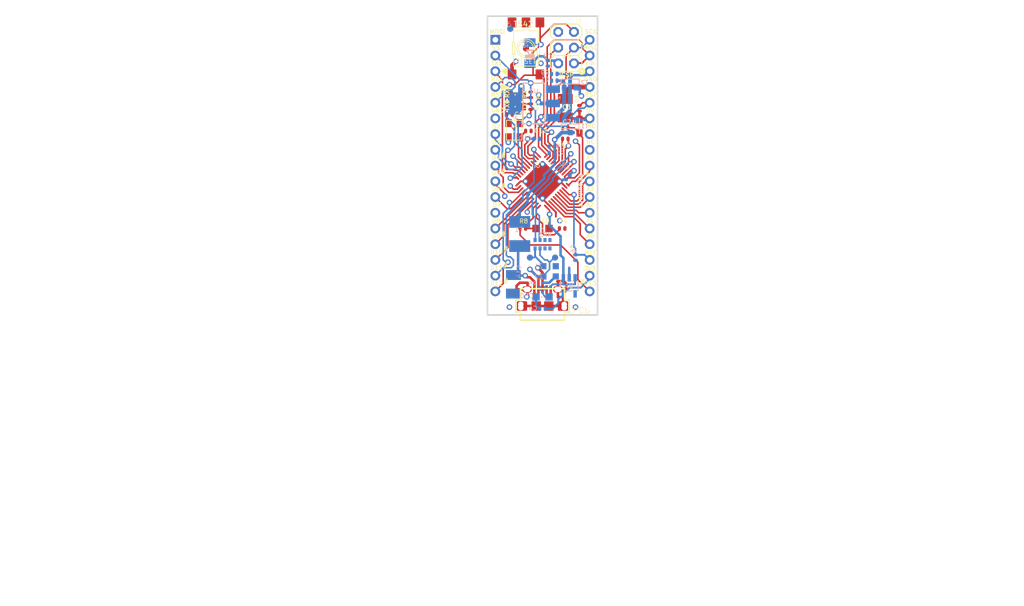
<source format=kicad_pcb>
(kicad_pcb (version 20240108) (generator "pcbnew") (generator_version "8.0")
  (layers (0 "F.Cu" signal) (1 "In1.Cu" signal) (2 "In2.Cu" signal) (31 "B.Cu" signal) (34 "B.Paste" user) (35 "F.Paste" user) (36 "B.SilkS" user "B.Silkscreen") (37 "F.SilkS" user "F.Silkscreen") (38 "B.Mask" user) (39 "F.Mask" user) (44 "Edge.Cuts" user))
  (net 0 "")
  (net 1 "IO13*")
  (net 2 "D2/SDA")
  (net 3 "D3/SCL")
  (net 4 "RESET")
  (net 5 "D1/TX")
  (net 6 "IO11*")
  (net 7 "IO9*")
  (net 8 "IO10*")
  (net 9 "A3")
  (net 10 "A2")
  (net 11 "A1")
  (net 12 "A0")
  (net 13 "A4")
  (net 14 "A5")
  (net 15 "D4*")
  (net 16 "AREF")
  (net 17 "+5V")
  (net 18 "VIN")
  (net 19 "3V3")
  (net 20 "D0/RX")
  (net 21 "VUSB")
  (net 22 "XTAL2")
  (net 23 "XTAL1")
  (net 24 "N$7")
  (net 25 "GND")
  (net 26 "D-")
  (net 27 "D+")
  (net 28 "RD-")
  (net 29 "RD+")
  (net 30 "TXLED")
  (net 31 "MISO")
  (net 32 "SCK")
  (net 33 "MOSI")
  (net 34 "D6*")
  (net 35 "HWB")
  (net 36 "IO8")
  (net 37 "D7")
  (net 38 "AVCC")
  (net 39 "UCAP")
  (net 40 "RXLED/SS")
  (net 41 "N$2")
  (net 42 "N$4")
  (net 43 "N$3")
  (net 44 "VUSBD")
  (net 45 "D5*")
  (net 46 "IO12*")
  (net 47 "+VIN")
  (footprint "Micro_Rev1j:TP-1.00MM" (layer "F.Cu") (at 146.4691 119.8626)
    (property "Reference" "D+0" (hide yes))
    (property "Value" "DNP" (hide yes))
  )
  (footprint "Micro_Rev1j:2X03" (layer "F.Cu") (at 152.3111 85.9536 90)
    (property "Reference" "J4")
    (property "Value" "3x2M")
  )
  (footprint "Micro_Rev1j:C0402" (layer "F.Cu") (at 146.2151 99.4156 180)
    (property "Reference" "C12")
    (property "Value" "22pF")
  )
  (footprint "" (layer "F.Cu") (at 156.1211 82.1436)
    (property "Reference" "@HOLE3" (hide yes))
    (property "Value" "")
  )
  (footprint "Micro_Rev1j:C0402" (layer "F.Cu") (at 152.1841 100.6856)
    (property "Reference" "C5")
    (property "Value" "1uF")
  )
  (footprint "Micro_Rev1j:HEAD17-NOSS" (layer "F.Cu") (at 140.8811 84.6836 -90)
    (property "Reference" "J5")
    (property "Value" "HEAD17-NOSS")
  )
  (footprint "Micro_Rev1j:R0402" (layer "F.Cu") (at 151.6761 115.1636)
    (property "Reference" "R4")
    (property "Value" "10K")
  )
  (footprint "Micro_Rev1j:C0402" (layer "F.Cu") (at 143.1671 96.7486 180)
    (property "Reference" "C13")
    (property "Value" "22pF")
  )
  (footprint "Micro_Rev1j:HEAD17-NOSS-1" (layer "F.Cu") (at 156.1211 84.6836 -90)
    (property "Reference" "J6")
    (property "Value" "HEAD17-NOSS-1")
  )
  (footprint "Micro_Rev1j:CON2_USB_MICRO_B_AT" (layer "F.Cu") (at 148.5011 127.6858)
    (property "Reference" "J3" (hide yes))
    (property "Value" "USB Micro" (hide yes))
  )
  (footprint "Micro_Rev1j:FD-1-1.5" (layer "F.Cu") (at 145.8341 86.0806)
    (property "Reference" "U$37" (hide yes))
    (property "Value" "DNP" (hide yes))
  )
  (footprint "Micro_Rev1j:0805" (layer "F.Cu") (at 154.4701 98.6536 -90)
    (property "Reference" "L2")
    (property "Value" "MH2029-300Y")
  )
  (footprint "" (layer "F.Cu") (at 140.8811 82.1436)
    (property "Reference" "@HOLE2" (hide yes))
    (property "Value" "")
  )
  (footprint "Micro_Rev1j:TS42" (layer "F.Cu") (at 145.8341 86.0806 -90)
    (property "Reference" "RESET0")
    (property "Value" "TS42")
  )
  (footprint "Micro_Rev1j:R0402" (layer "F.Cu") (at 154.4701 95.7326 90)
    (property "Reference" "R1")
    (property "Value" "10K")
  )
  (footprint "Micro_Rev1j:SMC_B" (layer "F.Cu") (at 152.1841 95.7326 90)
    (property "Reference" "C3")
    (property "Value" "22u")
  )
  (footprint "Micro_Rev1j:QFN44ML7X7" (layer "F.Cu") (at 148.5011 107.5436 -135)
    (property "Reference" "U1")
    (property "Value" "ATMEGA32U4-XUMU")
  )
  (footprint "Micro_Rev1j:R0402" (layer "F.Cu") (at 146.5961 95.4786 90)
    (property "Reference" "R6")
    (property "Value" "1K")
  )
  (footprint "Micro_Rev1j:CHIPLED_0805" (layer "F.Cu") (at 144.1831 93.5736 90)
    (property "Reference" "RX0")
    (property "Value" "yellow")
  )
  (footprint "" (layer "F.Cu") (at 156.1211 127.8636)
    (property "Reference" "@HOLE1" (hide yes))
    (property "Value" "")
  )
  (footprint "Micro_Rev1j:CHIPLED_0805" (layer "F.Cu") (at 144.1831 95.4786 90)
    (property "Reference" "TX0")
    (property "Value" "yellow")
  )
  (footprint "Micro_Rev1j:R0402" (layer "F.Cu") (at 146.5961 93.5736 -90)
    (property "Reference" "R7")
    (property "Value" "1K")
  )
  (footprint "Micro_Rev1j:R0402" (layer "F.Cu") (at 145.3261 115.1636)
    (property "Reference" "R8")
    (property "Value" "1K")
  )
  (footprint "Micro_Rev1j:CRYSTAL-3.2-2.5" (layer "F.Cu") (at 143.9291 99.2886 90)
    (property "Reference" "Y3")
    (property "Value" "16MHz KX-7")
  )
  (footprint "" (layer "F.Cu") (at 140.8811 127.8636)
    (property "Reference" "@HOLE0" (hide yes))
    (property "Value" "")
  )
  (footprint "Micro_Rev1j:C0402" (layer "F.Cu") (at 152.1841 98.9076 180)
    (property "Reference" "C7")
    (property "Value" "1uF")
  )
  (footprint "Micro_Rev1j:CHIPLED_0805" (layer "F.Cu") (at 148.5011 115.1636 -90)
    (property "Reference" "L0")
    (property "Value" "green")
  )
  (footprint "Micro_Rev1j:FRAME" (layer "F.Cu") (at 139.6111 129.1336)
    (property "Reference" "FRAME1" (hide yes))
    (property "Value" "DNP" (hide yes))
  )
  (footprint "Micro_Rev1j:TP-1.00MM" (layer "F.Cu") (at 150.5331 119.8626)
    (property "Reference" "D-0" (hide yes))
    (property "Value" "DNP" (hide yes))
  )
  (footprint "Micro_Rev1j:C0402" (layer "B.Cu") (at 148.5011 128.1176 180)
    (property "Reference" "C4")
    (property "Value" "1uF")
  )
  (footprint "Micro_Rev1j:CHIPLED_0805" (layer "B.Cu") (at 148.5011 126.2126 -90)
    (property "Reference" "ON0")
    (property "Value" "blue")
  )
  (footprint "Micro_Rev1j:SOT23-DBV" (layer "B.Cu") (at 152.8191 124.4346)
    (property "Reference" "U4")
    (property "Value" "LP2985-33DBVR")
  )
  (footprint "Micro_Rev1j:FD-1-1.5" (layer "B.Cu") (at 143.2941 82.9056 180)
    (property "Reference" "U$53" (hide yes))
    (property "Value" "DNP" (hide yes))
  )
  (footprint "Micro_Rev1j:C0402" (layer "B.Cu") (at 153.8351 119.8626 -90)
    (property "Reference" "C6")
    (property "Value" "100n")
  )
  (footprint "Micro_Rev1j:SOT-23" (layer "B.Cu") (at 152.9461 91.4146)
    (property "Reference" "T2")
    (property "Value" "PMV48XP")
  )
  (footprint "Micro_Rev1j:MINIMELF" (layer "B.Cu") (at 146.4691 86.8426 90)
    (property "Reference" "D2")
    (property "Value" "CD1206-S01575")
  )
  (footprint "Micro_Rev1j:L1812" (layer "B.Cu") (at 144.8181 116.0526 90)
    (property "Reference" "F1")
    (property "Value" "MF-MSMF050-2 500mA")
  )
  (footprint "Micro_Rev1j:C0402" (layer "B.Cu") (at 147.5486 100.6856)
    (property "Reference" "C10")
    (property "Value" "100n")
  )
  (footprint "Micro_Rev1j:CT_CN0603" (layer "B.Cu") (at 149.6441 122.9106)
    (property "Reference" "Z2")
    (property "Value" "CG0603MLC-05E")
  )
  (footprint "Micro_Rev1j:SOT-23" (layer "B.Cu") (at 153.0096 98.6536 180)
    (property "Reference" "T1")
    (property "Value" "FDN340P/PMV48XP")
  )
  (footprint "Micro_Rev1j:CT_CN0603" (layer "B.Cu") (at 149.6441 121.2596)
    (property "Reference" "Z1")
    (property "Value" "CG0603MLC-05E")
  )
  (footprint "Micro_Rev1j:CAY16" (layer "B.Cu") (at 148.5011 117.7036)
    (property "Reference" "RP3")
    (property "Value" "22R")
  )
  (footprint "Micro_Rev1j:C0402" (layer "B.Cu") (at 150.0251 101.9556 180)
    (property "Reference" "C9")
    (property "Value" "100n")
  )
  (footprint "Micro_Rev1j:R0402" (layer "B.Cu") (at 150.0251 102.9716)
    (property "Reference" "R2")
    (property "Value" "10K")
  )
  (footprint "Micro_Rev1j:SMC_B" (layer "B.Cu") (at 143.8021 124.1806 -90)
    (property "Reference" "C14")
    (property "Value" "22u")
  )
  (footprint "Micro_Rev1j:C0402" (layer "B.Cu") (at 152.5651 106.9086 -135)
    (property "Reference" "C11")
    (property "Value" "100n")
  )
  (footprint "Micro_Rev1j:SOT223" (layer "B.Cu") (at 147.1041 94.9706 -90)
    (property "Reference" "U2")
    (property "Value" "NCP1117-5")
  )
  (footprint "Micro_Rev1j:C0402" (layer "B.Cu") (at 149.3901 88.4936 -90)
    (property "Reference" "C2")
    (property "Value" "100n")
  )
  (footprint "Micro_Rev1j:R0402" (layer "B.Cu") (at 150.4061 90.1954)
    (property "Reference" "R9")
    (property "Value" "10K")
  )
  (footprint "Micro_Rev1j:R0402" (layer "B.Cu") (at 148.5011 124.8156 180)
    (property "Reference" "R5")
    (property "Value" "1K")
  )
  (footprint "Micro_Rev1j:C0402" (layer "B.Cu") (at 150.4061 91.2876 180)
    (property "Reference" "C1")
    (property "Value" "100n")
  )
  (gr_line (start 142.3543 89.8652) (end 142.3543 89.662) (stroke (width 0.4064)) (layer "F.SilkS"))
  (gr_circle (center 154.8511 89.7636) (end 155.0307 89.7636) (stroke (width 0.4064)) (fill none) (layer "F.SilkS"))
  (gr_line (start 141.8971 89.7636) (end 142.6591 89.2556) (stroke (width 0.3048)) (layer "F.SilkS"))
  (gr_line (start 142.2019 92.3798) (end 142.2019 92.202) (stroke (width 0.4064)) (layer "F.SilkS"))
  (gr_line (start 141.8971 91.7956) (end 142.6337 92.3036) (stroke (width 0.3048)) (layer "F.SilkS"))
  (gr_line (start 142.6591 89.2556) (end 142.6591 90.2716) (stroke (width 0.3048)) (layer "F.SilkS"))
  (gr_line (start 141.8971 91.7956) (end 141.8971 92.8116) (stroke (width 0.3048)) (layer "F.SilkS"))
  (gr_line (start 142.6591 90.2716) (end 141.8971 89.7636) (stroke (width 0.3048)) (layer "F.SilkS"))
  (gr_line (start 141.8971 92.8116) (end 142.6337 92.3036) (stroke (width 0.3048)) (layer "F.SilkS"))
  (gr_line (start 157.3911 129.1336) (end 157.3911 80.8736) (stroke (width 0.254)) (layer "Edge.Cuts"))
  (gr_line (start 139.6111 80.8736) (end 139.6111 129.1336) (stroke (width 0.254)) (layer "Edge.Cuts"))
  (gr_line (start 157.3911 80.8736) (end 139.6111 80.8736) (stroke (width 0.254)) (layer "Edge.Cuts"))
  (gr_line (start 139.6111 129.1336) (end 157.3911 129.1336) (stroke (width 0.254)) (layer "Edge.Cuts"))
  (gr_text "RST" (at 155.2321 93.9546 0) (layer "F.SilkS") (effects (font (size 0.69088 0.69088) (thickness 0.12192)) (justify left bottom)))
  (gr_text "SCK" (at 155.2321 83.7946 0) (layer "F.SilkS") (effects (font (size 0.69088 0.69088) (thickness 0.12192)) (justify left bottom)))
  (gr_text "A3" (at 155.4861 109.1946 0) (layer "F.SilkS") (effects (font (size 0.69088 0.69088) (thickness 0.12192)) (justify left bottom)))
  (gr_text "arduino.cc" (at 154.9781 111.7346 90) (layer "F.SilkS") (effects (font (size 0.69088 0.69088) (thickness 0.12192)) (justify left bottom)))
  (gr_text "A2" (at 155.4861 111.7346 0) (layer "F.SilkS") (effects (font (size 0.69088 0.69088) (thickness 0.12192)) (justify left bottom)))
  (gr_text "D4" (at 140.2461 104.1146 0) (layer "F.SilkS") (effects (font (size 0.69088 0.69088) (thickness 0.12192)) (justify left bottom)))
  (gr_text "#" (at 142.0241 121.5136 0) (layer "F.SilkS") (effects (font (size 0.69088 0.69088) (thickness 0.12192)) (justify left bottom)))
  (gr_text "3V3" (at 155.1051 122.0216 0) (layer "F.SilkS") (effects (font (size 0.69088 0.69088) (thickness 0.12192)) (justify left bottom)))
  (gr_text "A0" (at 155.4861 116.8146 0) (layer "F.SilkS") (effects (font (size 0.69088 0.69088) (thickness 0.12192)) (justify left bottom)))
  (gr_text "MISO" (at 154.9781 86.3346 0) (layer "F.SilkS") (effects (font (size 0.69088 0.69088) (thickness 0.12192)) (justify left bottom)))
  (gr_text "GND" (at 155.1051 91.4146 0) (layer "F.SilkS") (effects (font (size 0.69088 0.69088) (thickness 0.12192)) (justify left bottom)))
  (gr_text "ICSP" (at 151.1173 90.7796 0) (layer "F.SilkS") (effects (font (size 0.69088 0.69088) (thickness 0.12192)) (justify left bottom)))
  (gr_text "#" (at 141.7701 103.7336 0) (layer "F.SilkS") (effects (font (size 0.69088 0.69088) (thickness 0.12192)) (justify left bottom)))
  (gr_text "D12" (at 139.9921 124.4346 0) (layer "F.SilkS") (effects (font (size 0.69088 0.69088) (thickness 0.12192)) (justify left bottom)))
  (gr_text "#" (at 141.7701 106.2736 0) (layer "F.SilkS") (effects (font (size 0.69088 0.69088) (thickness 0.12192)) (justify left bottom)))
  (gr_text "D7" (at 140.3731 111.7346 0) (layer "F.SilkS") (effects (font (size 0.69088 0.69088) (thickness 0.12192)) (justify left bottom)))
  (gr_text "#" (at 141.7701 108.6866 0) (layer "F.SilkS") (effects (font (size 0.69088 0.69088) (thickness 0.12192)) (justify left bottom)))
  (gr_text "REF" (at 155.2321 119.4816 0) (layer "F.SilkS") (effects (font (size 0.69088 0.69088) (thickness 0.12192)) (justify left bottom)))
  (gr_text "SS" (at 140.2461 86.3346 0) (layer "F.SilkS") (effects (font (size 0.69088 0.69088) (thickness 0.12192)) (justify left bottom)))
  (gr_text "A4" (at 155.3591 106.6546 0) (layer "F.SilkS") (effects (font (size 0.69088 0.69088) (thickness 0.12192)) (justify left bottom)))
  (gr_text "MOSI" (at 139.8651 83.7946 0) (layer "F.SilkS") (effects (font (size 0.69088 0.69088) (thickness 0.12192)) (justify left bottom)))
  (gr_text "D3" (at 140.2461 101.7016 0) (layer "F.SilkS") (effects (font (size 0.69088 0.69088) (thickness 0.12192)) (justify left bottom)))
  (gr_text "RX" (at 146.032243 94.2086 90) (layer "F.SilkS") (effects (font (size 0.69088 0.69088) (thickness 0.12192)) (justify left bottom)))
  (gr_text "#" (at 142.1511 118.8466 0) (layer "F.SilkS") (effects (font (size 0.69088 0.69088) (thickness 0.12192)) (justify left bottom)))
  (gr_text "TX1" (at 140.1191 88.8746 0) (layer "F.SilkS") (effects (font (size 0.69088 0.69088) (thickness 0.12192)) (justify left bottom)))
  (gr_text "TX" (at 146.066231 96.124929 90) (layer "F.SilkS") (effects (font (size 0.69088 0.69088) (thickness 0.12192)) (justify left bottom)))
  (gr_text "D5" (at 140.2461 106.6546 0) (layer "F.SilkS") (effects (font (size 0.69088 0.69088) (thickness 0.12192)) (justify left bottom)))
  (gr_text "D2" (at 140.2461 99.1616 0) (layer "F.SilkS") (effects (font (size 0.69088 0.69088) (thickness 0.12192)) (justify left bottom)))
  (gr_text "D13" (at 155.1051 124.4346 0) (layer "F.SilkS") (effects (font (size 0.69088 0.69088) (thickness 0.12192)) (justify left bottom)))
  (gr_text "D9" (at 140.2461 116.8146 0) (layer "F.SilkS") (effects (font (size 0.69088 0.69088) (thickness 0.12192)) (justify left bottom)))
  (gr_text "RX1" (at 140.1191 91.4146 0) (layer "F.SilkS") (effects (font (size 0.69088 0.69088) (thickness 0.12192)) (justify left bottom)))
  (gr_text "NC" (at 155.4861 101.5746 0) (layer "F.SilkS") (effects (font (size 0.69088 0.69088) (thickness 0.12192)) (justify left bottom)))
  (gr_text "#" (at 142.1511 124.0536 0) (layer "F.SilkS") (effects (font (size 0.69088 0.69088) (thickness 0.12192)) (justify left bottom)))
  (gr_text "A5" (at 155.4861 104.1146 0) (layer "F.SilkS") (effects (font (size 0.69088 0.69088) (thickness 0.12192)) (justify left bottom)))
  (gr_text "GND" (at 140.1191 96.4946 0) (layer "F.SilkS") (effects (font (size 0.69088 0.69088) (thickness 0.12192)) (justify left bottom)))
  (gr_text "D10" (at 139.9921 119.3546 0) (layer "F.SilkS") (effects (font (size 0.69088 0.69088) (thickness 0.12192)) (justify left bottom)))
  (gr_text "A1" (at 155.4861 114.2746 0) (layer "F.SilkS") (effects (font (size 0.69088 0.69088) (thickness 0.12192)) (justify left bottom)))
  (gr_text "5V" (at 155.4861 96.4946 0) (layer "F.SilkS") (effects (font (size 0.69088 0.69088) (thickness 0.12192)) (justify left bottom)))
  (gr_text "D6" (at 140.2461 109.1946 0) (layer "F.SilkS") (effects (font (size 0.69088 0.69088) (thickness 0.12192)) (justify left bottom)))
  (gr_text "#" (at 141.7701 116.4336 0) (layer "F.SilkS") (effects (font (size 0.69088 0.69088) (thickness 0.12192)) (justify left bottom)))
  (gr_text "D8" (at 140.2461 114.2746 0) (layer "F.SilkS") (effects (font (size 0.69088 0.69088) (thickness 0.12192)) (justify left bottom)))
  (gr_text "D11" (at 139.9921 121.8946 0) (layer "F.SilkS") (effects (font (size 0.69088 0.69088) (thickness 0.12192)) (justify left bottom)))
  (gr_text "NC" (at 155.6131 99.0346 0) (layer "F.SilkS") (effects (font (size 0.69088 0.69088) (thickness 0.12192)) (justify left bottom)))
  (gr_text "#" (at 154.4701 124.1806 0) (layer "F.SilkS") (effects (font (size 0.69088 0.69088) (thickness 0.12192)) (justify left bottom)))
  (gr_text "RST" (at 140.1191 93.9546 0) (layer "F.SilkS") (effects (font (size 0.69088 0.69088) (thickness 0.12192)) (justify left bottom)))
  (gr_text "VIN" (at 155.2321 88.8746 0) (layer "F.SilkS") (effects (font (size 0.69088 0.69088) (thickness 0.12192)) (justify left bottom)))
  (segment (start 144.8816 115.1636) (end 144.8816 116.2431) (width 0.254) (layer "F.Cu") (net 1))
  (segment (start 145.1991 114.2746) (end 146.0881 114.2746) (width 0.254) (layer "F.Cu") (net 1))
  (segment (start 146.9771 111.896) (end 147.599537 111.273591) (width 0.254) (layer "F.Cu") (net 1))
  (segment (start 154.2161 123.4186) (end 154.2161 120.6246) (width 0.254) (layer "F.Cu") (net 1))
  (segment (start 144.8816 114.5921) (end 145.1991 114.2746) (width 0.254) (layer "F.Cu") (net 1))
  (segment (start 156.1211 125.3236) (end 154.2161 123.4186) (width 0.254) (layer "F.Cu") (net 1))
  (segment (start 146.9771 113.5126) (end 146.9771 111.896) (width 0.254) (layer "F.Cu") (net 1))
  (segment (start 151.4221 117.8306) (end 146.4691 117.8306) (width 0.254) (layer "F.Cu") (net 1))
  (segment (start 146.4691 117.8306) (end 144.8816 116.2431) (width 0.254) (layer "F.Cu") (net 1))
  (segment (start 154.2161 120.6246) (end 151.4221 117.8306) (width 0.254) (layer "F.Cu") (net 1))
  (segment (start 146.0881 114.2746) (end 146.9771 113.5126) (width 0.254) (layer "F.Cu") (net 1))
  (segment (start 144.8816 115.1636) (end 144.8816 114.5921) (width 0.254) (layer "F.Cu") (net 1))
  (segment (start 143.5481 104.7496) (end 144.0561 105.2576) (width 0.254) (layer "F.Cu") (net 2))
  (segment (start 144.8008 105.2576) (end 145.478215 105.934935) (width 0.254) (layer "F.Cu") (net 2))
  (segment (start 143.4211 104.7496) (end 143.5481 104.7496) (width 0.254) (layer "F.Cu") (net 2))
  (segment (start 144.0561 105.2576) (end 144.8008 105.2576) (width 0.254) (layer "F.Cu") (net 2))
  (via (at 143.4211 104.7496) (size 0.9) (drill 0.5) (layers "F.Cu" "B.Cu") (net 2))
  (segment (start 142.7861 104.3686) (end 143.0401 104.3686) (width 0.254) (layer "B.Cu") (net 2))
  (segment (start 142.0241 103.6066) (end 142.0241 101.9556) (width 0.254) (layer "B.Cu") (net 2))
  (segment (start 143.0401 104.3686) (end 143.4211 104.7496) (width 0.254) (layer "B.Cu") (net 2))
  (segment (start 142.7861 104.3686) (end 142.0241 103.6066) (width 0.254) (layer "B.Cu") (net 2))
  (segment (start 140.8811 100.8126) (end 140.8811 99.9236) (width 0.254) (layer "B.Cu") (net 2))
  (segment (start 142.0241 101.9556) (end 140.8811 100.8126) (width 0.254) (layer "B.Cu") (net 2))
  (segment (start 145.0086 104.7496) (end 144.9999 104.7496) (width 0.254) (layer "F.Cu") (net 3))
  (segment (start 143.7386 103.4796) (end 145.0086 104.7496) (width 0.254) (layer "F.Cu") (net 3))
  (segment (start 144.9999 104.7496) (end 145.831771 105.581382) (width 0.254) (layer "F.Cu") (net 3))
  (via (at 143.7386 103.4796) (size 0.9) (drill 0.5) (layers "F.Cu" "B.Cu") (net 3))
  (segment (start 141.3891 102.9716) (end 140.8811 102.4636) (width 0.254) (layer "B.Cu") (net 3))
  (segment (start 144.4371 104.1781) (end 143.7386 103.4796) (width 0.254) (layer "B.Cu") (net 3))
  (segment (start 141.3891 103.7971) (end 141.3891 102.9716) (width 0.254) (layer "B.Cu") (net 3))
  (segment (start 142.2781 104.6861) (end 142.2781 104.8766) (width 0.254) (layer "B.Cu") (net 3))
  (segment (start 143.0401 105.6386) (end 144.0561 105.6386) (width 0.254) (layer "B.Cu") (net 3))
  (segment (start 141.3891 103.7971) (end 142.2781 104.6861) (width 0.254) (layer "B.Cu") (net 3))
  (segment (start 142.2781 104.8766) (end 143.0401 105.6386) (width 0.254) (layer "B.Cu") (net 3))
  (segment (start 144.4371 105.2576) (end 144.4371 104.1781) (width 0.254) (layer "B.Cu") (net 3))
  (segment (start 144.0561 105.6386) (end 144.4371 105.2576) (width 0.254) (layer "B.Cu") (net 3))
  (segment (start 148.1201 84.4296) (end 150.4061 82.1436) (width 0.254) (layer "F.Cu") (net 4))
  (segment (start 154.559 95.2881) (end 155.0035 94.8436) (width 0.254) (layer "F.Cu") (net 4))
  (segment (start 147.9931 90.2716) (end 147.9931 90.2806) (width 0.254) (layer "F.Cu") (net 4))
  (segment (start 154.5082 95.2881) (end 154.4701 95.2881) (width 0.3048) (layer "F.Cu") (net 4))
  (segment (start 148.7551 96.6216) (end 148.7551 90.9516) (width 0.254) (layer "F.Cu") (net 4))
  (segment (start 148.7551 90.9516) (end 148.0841 90.2806) (width 0.254) (layer "F.Cu") (net 4))
  (segment (start 155.0035 94.8436) (end 156.1211 94.8436) (width 0.254) (layer "F.Cu") (net 4))
  (segment (start 146.1516 101.8921) (end 147.3581 100.6856) (width 0.254) (layer "F.Cu") (net 4))
  (segment (start 146.9771 90.3986) (end 146.9771 86.7156) (width 0.254) (layer "F.Cu") (net 4))
  (segment (start 147.3581 98.0186) (end 148.2471 97.1296) (width 0.254) (layer "F.Cu") (net 4))
  (segment (start 152.3111 82.1436) (end 153.5811 83.4136) (width 0.254) (layer "F.Cu") (net 4))
  (segment (start 148.0841 90.2806) (end 148.0841 90.2356) (width 0.254) (layer "F.Cu") (net 4))
  (segment (start 148.1201 90.3986) (end 148.1201 90.2716) (width 0.254) (layer "F.Cu") (net 4))
  (segment (start 148.1201 84.4296) (end 148.1201 81.9166) (width 0.254) (layer "F.Cu") (net 4))
  (segment (start 147.599537 103.813613) (end 147.1384 103.3526) (width 0.254) (layer "F.Cu") (net 4))
  (segment (start 148.0841 90.3626) (end 148.0841 90.2806) (width 0.254) (layer "F.Cu") (net 4))
  (segment (start 148.0566 90.2081) (end 148.0841 90.3626) (width 0.254) (layer "F.Cu") (net 4))
  (segment (start 145.5711 90.4076) (end 148.1201 90.4076) (width 0.254) (layer "F.Cu") (net 4))
  (segment (start 148.1201 90.3166) (end 148.0841 90.2806) (width 0.254) (layer "F.Cu") (net 4))
  (segment (start 147.9931 90.2806) (end 148.1201 90.4076) (width 0.254) (layer "F.Cu") (net 4))
  (segment (start 146.9771 90.3986) (end 148.1201 90.3986) (width 0.254) (layer "F.Cu") (net 4))
  (segment (start 148.2471 85.4456) (end 148.1201 85.3186) (width 0.254) (layer "F.Cu") (net 4))
  (segment (start 146.9771 86.7156) (end 148.2471 85.4456) (width 0.254) (layer "F.Cu") (net 4))
  (segment (start 144.0561 91.9226) (end 143.1671 91.9226) (width 0.254) (layer "F.Cu") (net 4))
  (segment (start 148.0566 90.3081) (end 148.0841 90.2806) (width 0.254) (layer "F.Cu") (net 4))
  (segment (start 148.0566 90.3081) (end 148.0566 90.2081) (width 0.254) (layer "F.Cu") (net 4))
  (segment (start 150.4061 82.1436) (end 152.3111 82.1436) (width 0.254) (layer "F.Cu") (net 4))
  (segment (start 148.0841 90.2806) (end 148.2471 90.2806) (width 0.254) (layer "F.Cu") (net 4))
  (segment (start 147.3581 100.6856) (end 147.3581 98.0186) (width 0.254) (layer "F.Cu") (net 4))
  (segment (start 147.8301 90.0266) (end 148.0841 90.2806) (width 0.254) (layer "F.Cu") (net 4))
  (segment (start 148.1201 90.2716) (end 148.0841 90.2356) (width 0.254) (layer "F.Cu") (net 4))
  (segment (start 148.1201 85.3186) (end 148.1201 84.4296) (width 0.254) (layer "F.Cu") (net 4))
  (segment (start 148.1201 81.9166) (end 148.0841 81.8806) (width 0.254) (layer "F.Cu") (net 4))
  (segment (start 148.2471 85.4456) (end 148.1201 85.4456) (width 0.254) (layer "F.Cu") (net 4))
  (segment (start 148.7551 96.6216) (end 148.2471 97.1296) (width 0.254) (layer "F.Cu") (net 4))
  (segment (start 145.5711 90.4076) (end 144.0561 91.9226) (width 0.254) (layer "F.Cu") (net 4))
  (segment (start 146.4691 103.3526) (end 146.1516 103.0351) (width 0.254) (layer "F.Cu") (net 4))
  (segment (start 148.1201 85.4456) (end 148.1201 85.3186) (width 0.254) (layer "F.Cu") (net 4))
  (segment (start 154.5082 95.2881) (end 154.559 95.2881) (width 0.254) (layer "F.Cu") (net 4))
  (segment (start 147.9931 90.2716) (end 148.1201 90.2716) (width 0.254) (layer "F.Cu") (net 4))
  (segment (start 146.1516 103.0351) (end 146.1516 101.8921) (width 0.254) (layer "F.Cu") (net 4))
  (segment (start 147.1384 103.3526) (end 146.4691 103.3526) (width 0.254) (layer "F.Cu") (net 4))
  (segment (start 148.2471 90.2806) (end 148.2471 90.3986) (width 0.254) (layer "F.Cu") (net 4))
  (segment (start 148.0841 90.3626) (end 148.1201 90.3986) (width 0.254) (layer "F.Cu") (net 4))
  (segment (start 148.2471 90.3986) (end 148.1201 90.3986) (width 0.254) (layer "F.Cu") (net 4))
  (via (at 148.2471 97.1296) (size 0.9) (drill 0.5) (layers "F.Cu" "B.Cu") (net 4))
  (via (at 148.2471 85.4456) (size 0.9) (drill 0.5) (layers "F.Cu" "B.Cu") (net 4))
  (via (at 143.1671 91.9226) (size 0.9) (drill 0.5) (layers "F.Cu" "B.Cu") (net 4))
  (segment (start 148.2217 97.7392) (end 148.2217 97.282) (width 0.254) (layer "B.Cu") (net 4))
  (segment (start 155.2321 95.7326) (end 154.4066 95.7326) (width 0.254) (layer "B.Cu") (net 4))
  (segment (start 154.4066 95.7326) (end 152.9461 97.2566) (width 0.254) (layer "B.Cu") (net 4))
  (segment (start 142.0241 92.5576) (end 142.0241 93.7006) (width 0.254) (layer "B.Cu") (net 4))
  (segment (start 148.2217 97.282) (end 148.2471 97.1296) (width 0.254) (layer "B.Cu") (net 4))
  (segment (start 146.4691 85.1426) (end 146.4691 85.0646) (width 0.254) (layer "B.Cu") (net 4))
  (segment (start 155.2321 95.7326) (end 156.1211 94.8436) (width 0.254) (layer "B.Cu") (net 4))
  (segment (start 149.1361 98.6536) (end 152.4381 98.6536) (width 0.254) (layer "B.Cu") (net 4))
  (segment (start 148.2217 97.7392) (end 149.1361 98.6536) (width 0.254) (layer "B.Cu") (net 4))
  (segment (start 143.1671 91.9226) (end 142.6591 91.9226) (width 0.254) (layer "B.Cu") (net 4))
  (segment (start 152.9461 98.1456) (end 152.4381 98.6536) (width 0.254) (layer "B.Cu") (net 4))
  (segment (start 152.9461 97.2566) (end 152.9461 98.1456) (width 0.254) (layer "B.Cu") (net 4))
  (segment (start 142.6591 91.9226) (end 142.0241 92.5576) (width 0.254) (layer "B.Cu") (net 4))
  (segment (start 146.4691 85.4456) (end 146.4691 85.1426) (width 0.254) (layer "B.Cu") (net 4))
  (segment (start 142.0241 93.7006) (end 140.8811 94.8436) (width 0.254) (layer "B.Cu") (net 4))
  (segment (start 148.2471 85.4456) (end 146.4691 85.4456) (width 0.254) (layer "B.Cu") (net 4))
  (segment (start 142.0241 105.8291) (end 142.3416 106.1466) (width 0.254) (layer "F.Cu") (net 5))
  (segment (start 142.0241 105.8291) (end 142.0241 91.1606) (width 0.254) (layer "F.Cu") (net 5))
  (segment (start 142.0241 91.1606) (end 140.8811 90.0176) (width 0.254) (layer "F.Cu") (net 5))
  (segment (start 143.6751 106.1466) (end 143.8021 106.2736) (width 0.254) (layer "F.Cu") (net 5))
  (segment (start 144.4026 106.2736) (end 144.771109 106.642041) (width 0.254) (layer "F.Cu") (net 5))
  (segment (start 143.8021 106.2736) (end 144.4026 106.2736) (width 0.254) (layer "F.Cu") (net 5))
  (segment (start 142.3416 106.1466) (end 143.6751 106.1466) (width 0.254) (layer "F.Cu") (net 5))
  (segment (start 140.8811 90.0176) (end 140.8811 89.7636) (width 0.254) (layer "F.Cu") (net 5))
  (segment (start 147.1041 102.4001) (end 147.1041 102.6112) (width 0.254) (layer "F.Cu") (net 6))
  (segment (start 147.1041 102.6112) (end 147.95309 103.46006) (width 0.254) (layer "F.Cu") (net 6))
  (via (at 147.1041 102.4001) (size 0.9) (drill 0.5) (layers "F.Cu" "B.Cu") (net 6))
  (segment (start 140.8811 122.7836) (end 142.1511 121.5136) (width 0.254) (layer "B.Cu") (net 6))
  (segment (start 143.2941 119.7356) (end 142.9131 119.7356) (width 0.254) (layer "B.Cu") (net 6))
  (segment (start 143.4211 121.5136) (end 143.8021 121.1326) (width 0.254) (layer "B.Cu") (net 6))
  (segment (start 145.3261 109.4486) (end 147.1041 107.6706) (width 0.254) (layer "B.Cu") (net 6))
  (segment (start 145.3261 110.3376) (end 145.3261 109.4486) (width 0.254) (layer "B.Cu") (net 6))
  (segment (start 142.1511 121.5136) (end 143.4211 121.5136) (width 0.254) (layer "B.Cu") (net 6))
  (segment (start 142.6591 113.0046) (end 145.3261 110.3376) (width 0.254) (layer "B.Cu") (net 6))
  (segment (start 143.8021 121.1326) (end 143.8021 120.2436) (width 0.254) (layer "B.Cu") (net 6))
  (segment (start 142.6591 119.4816) (end 142.6591 113.0046) (width 0.254) (layer "B.Cu") (net 6))
  (segment (start 147.1041 107.6706) (end 147.1041 102.4001) (width 0.254) (layer "B.Cu") (net 6))
  (segment (start 143.8021 120.2436) (end 143.2941 119.7356) (width 0.254) (layer "B.Cu") (net 6))
  (segment (start 142.9131 119.7356) (end 142.6591 119.4816) (width 0.254) (layer "B.Cu") (net 6))
  (segment (start 142.2781 116.3066) (end 142.2781 114.4737) (width 0.254) (layer "F.Cu") (net 7))
  (segment (start 142.2781 114.4737) (end 146.538878 110.212929) (width 0.254) (layer "F.Cu") (net 7))
  (segment (start 140.8811 117.7036) (end 142.2781 116.3066) (width 0.254) (layer "F.Cu") (net 7))
  (segment (start 140.8811 120.2436) (end 142.9131 118.2116) (width 0.254) (layer "F.Cu") (net 8))
  (segment (start 142.9131 118.2116) (end 142.9131 114.5458) (width 0.254) (layer "F.Cu") (net 8))
  (segment (start 142.9131 114.5458) (end 146.892431 110.566485) (width 0.254) (layer "F.Cu") (net 8))
  (segment (start 150.816871 109.859375) (end 152.692 111.7346) (width 0.254) (layer "F.Cu") (net 9))
  (segment (start 154.5971 111.7346) (end 155.8671 110.4646) (width 0.254) (layer "F.Cu") (net 9))
  (segment (start 155.8671 110.4646) (end 156.1211 110.0836) (width 0.254) (layer "F.Cu") (net 9))
  (segment (start 152.692 111.7346) (end 154.5971 111.7346) (width 0.254) (layer "F.Cu") (net 9))
  (segment (start 152.4929 112.2426) (end 153.9621 112.2426) (width 0.254) (layer "F.Cu") (net 10))
  (segment (start 152.4929 112.2426) (end 152.4929 112.2466) (width 0.254) (layer "F.Cu") (net 10))
  (segment (start 150.463318 110.212929) (end 152.4929 112.2426) (width 0.254) (layer "F.Cu") (net 10))
  (segment (start 153.9621 112.2426) (end 154.3431 112.6236) (width 0.254) (layer "F.Cu") (net 10))
  (segment (start 154.3431 112.6236) (end 156.1211 112.6236) (width 0.254) (layer "F.Cu") (net 10))
  (segment (start 153.7081 112.7506) (end 156.1211 115.1636) (width 0.254) (layer "F.Cu") (net 11))
  (segment (start 152.3111 112.7506) (end 150.109765 110.566485) (width 0.254) (layer "F.Cu") (net 11))
  (segment (start 153.7081 112.7506) (end 152.3111 112.7506) (width 0.254) (layer "F.Cu") (net 11))
  (segment (start 152.0571 113.2586) (end 149.756212 110.920038) (width 0.254) (layer "F.Cu") (net 12))
  (segment (start 153.4541 113.2586) (end 154.5971 114.4016) (width 0.254) (layer "F.Cu") (net 12))
  (segment (start 154.5971 114.4016) (end 154.5971 116.1796) (width 0.254) (layer "F.Cu") (net 12))
  (segment (start 156.1211 117.7036) (end 154.5971 116.1796) (width 0.254) (layer "F.Cu") (net 12))
  (segment (start 153.4541 113.2586) (end 152.0571 113.2586) (width 0.254) (layer "F.Cu") (net 12))
  (segment (start 154.9781 108.0516) (end 155.4861 107.5436) (width 0.254) (layer "F.Cu") (net 13))
  (segment (start 151.170425 109.505822) (end 152.8911 111.2266) (width 0.254) (layer "F.Cu") (net 13))
  (segment (start 155.4861 107.5436) (end 156.1211 107.5436) (width 0.254) (layer "F.Cu") (net 13))
  (segment (start 154.9781 110.5916) (end 154.9781 108.0516) (width 0.254) (layer "F.Cu") (net 13))
  (segment (start 152.8911 111.2266) (end 154.3431 111.2266) (width 0.254) (layer "F.Cu") (net 13))
  (segment (start 154.3431 111.2266) (end 154.9781 110.5916) (width 0.254) (layer "F.Cu") (net 13))
  (segment (start 154.4701 110.3376) (end 154.4701 107.5944) (width 0.254) (layer "F.Cu") (net 14))
  (segment (start 151.523981 109.152269) (end 153.0902 110.7186) (width 0.254) (layer "F.Cu") (net 14))
  (segment (start 153.0902 110.7186) (end 154.0891 110.7186) (width 0.254) (layer "F.Cu") (net 14))
  (segment (start 154.4701 107.5944) (end 156.1211 105.9434) (width 0.254) (layer "F.Cu") (net 14))
  (segment (start 156.1211 105.9434) (end 156.1211 105.0036) (width 0.254) (layer "F.Cu") (net 14))
  (segment (start 154.0891 110.7186) (end 154.4701 110.3376) (width 0.254) (layer "F.Cu") (net 14))
  (segment (start 140.8811 105.0036) (end 141.3891 105.5116) (width 0.254) (layer "F.Cu") (net 15))
  (segment (start 141.3891 106.1466) (end 142.1511 106.9086) (width 0.254) (layer "F.Cu") (net 15))
  (segment (start 144.6018 109.3216) (end 145.124662 108.798716) (width 0.254) (layer "F.Cu") (net 15))
  (segment (start 141.3891 105.5116) (end 141.3891 106.1466) (width 0.254) (layer "F.Cu") (net 15))
  (segment (start 142.1511 106.9086) (end 142.1511 108.4326) (width 0.254) (layer "F.Cu") (net 15))
  (segment (start 143.0401 109.3216) (end 142.1511 108.4326) (width 0.254) (layer "F.Cu") (net 15))
  (segment (start 143.0401 109.3216) (end 144.6018 109.3216) (width 0.254) (layer "F.Cu") (net 15))
  (segment (start 153.5811 109.7026) (end 152.7813 109.7026) (width 0.254) (layer "F.Cu") (net 16))
  (segment (start 152.7813 109.7026) (end 151.877534 108.798716) (width 0.254) (layer "F.Cu") (net 16))
  (via (at 153.5811 109.7026) (size 0.9) (drill 0.5) (layers "F.Cu" "B.Cu") (net 16))
  (segment (start 155.2956 119.4181) (end 156.1211 120.2436) (width 0.3048) (layer "B.Cu") (net 16))
  (segment (start 153.5811 118.1481) (end 153.5811 109.7026) (width 0.254) (layer "B.Cu") (net 16))
  (segment (start 153.8351 119.4181) (end 153.8351 118.4021) (width 0.254) (layer "B.Cu") (net 16))
  (segment (start 153.8351 118.4021) (end 153.5811 118.1481) (width 0.254) (layer "B.Cu") (net 16))
  (segment (start 153.8351 119.4181) (end 155.2956 119.4181) (width 0.3048) (layer "B.Cu") (net 16))
  (segment (start 154.3431 97.3836) (end 156.1211 97.3836) (width 0.4064) (layer "F.Cu") (net 17))
  (segment (start 145.6436 101.6381) (end 146.0881 101.1936) (width 0.254) (layer "F.Cu") (net 17))
  (segment (start 149.6441 112.2222) (end 149.049106 111.627144) (width 0.254) (layer "F.Cu") (net 17))
  (segment (start 154.4701 96.1771) (end 154.4701 97.5536) (width 0.4064) (layer "F.Cu") (net 17))
  (segment (start 146.2151 103.8606) (end 146.9771 103.8606) (width 0.254) (layer "F.Cu") (net 17))
  (segment (start 152.231087 106.642041) (end 153.0731 105.8) (width 0.254) (layer "F.Cu") (net 17))
  (segment (start 152.1841 97.3836) (end 152.1841 97.2326) (width 0.4064) (layer "F.Cu") (net 17))
  (segment (start 154.3431 97.5536) (end 154.3431 97.3836) (width 0.4064) (layer "F.Cu") (net 17))
  (segment (start 145.6436 103.2891) (end 145.6436 101.6381) (width 0.254) (layer "F.Cu") (net 17))
  (segment (start 146.0881 101.1936) (end 146.0881 100.6856) (width 0.254) (layer "F.Cu") (net 17))
  (segment (start 146.2151 103.8606) (end 145.6436 103.2891) (width 0.254) (layer "F.Cu") (net 17))
  (segment (start 149.6441 112.8776) (end 149.6441 112.2222) (width 0.254) (layer "F.Cu") (net 17))
  (segment (start 144.4027 108.8136) (end 144.771109 108.445163) (width 0.254) (layer "F.Cu") (net 17))
  (segment (start 143.8021 108.8136) (end 144.4027 108.8136) (width 0.254) (layer "F.Cu") (net 17))
  (segment (start 143.2941 108.3056) (end 143.8021 108.8136) (width 0.254) (layer "F.Cu") (net 17))
  (segment (start 146.9771 103.8606) (end 147.245984 104.167166) (width 0.254) (layer "F.Cu") (net 17))
  (segment (start 153.0731 105.8) (end 153.5811 105.8291) (width 0.254) (layer "F.Cu") (net 17))
  (segment (start 154.3431 97.3836) (end 152.1841 97.3836) (width 0.4064) (layer "F.Cu") (net 17))
  (segment (start 154.4701 97.5536) (end 154.3431 97.5536) (width 0.4064) (layer "F.Cu") (net 17))
  (via (at 154.7876 93.7641) (size 0.9) (drill 0.5) (layers "F.Cu" "B.Cu") (net 17))
  (via (at 149.6441 112.8776) (size 0.9) (drill 0.5) (layers "F.Cu" "B.Cu") (net 17))
  (via (at 145.0721 92.1766) (size 0.9) (drill 0.5) (layers "F.Cu" "B.Cu") (net 17))
  (via (at 153.5811 105.8291) (size 0.9) (drill 0.5) (layers "F.Cu" "B.Cu") (net 17))
  (via (at 146.0881 100.6856) (size 0.9) (drill 0.5) (layers "F.Cu" "B.Cu") (net 17))
  (via (at 147.856371 94.769635) (size 0.9) (drill 0.5) (layers "F.Cu" "B.Cu") (net 17))
  (via (at 147.8693 93.566794) (size 0.9) (drill 0.5) (layers "F.Cu" "B.Cu") (net 17))
  (via (at 143.2941 108.3056) (size 0.9) (drill 0.5) (layers "F.Cu" "B.Cu") (net 17))
  (segment (start 145.0721 92.1766) (end 145.0721 93.9036) (width 1.016) (layer "B.Cu") (net 17))
  (segment (start 153.5811 105.8291) (end 153.0248 106.3854) (width 0.4064) (layer "B.Cu") (net 17))
  (segment (start 147.9963 94.9706) (end 147.8693 93.566794) (width 0.6096) (layer "B.Cu") (net 17))
  (segment (start 151.4221 116.4336) (end 149.6441 114.6556) (width 0.4064) (layer "B.Cu") (net 17))
  (segment (start 153.9494 97.6376) (end 155.8671 97.6376) (width 0.4064) (layer "B.Cu") (net 17))
  (segment (start 150.5966 88.0491) (end 151.0411 88.4936) (width 0.4064) (layer "B.Cu") (net 17))
  (segment (start 150.2029 94.9706) (end 147.9963 94.9706) (width 0.6096) (layer "B.Cu") (net 17))
  (segment (start 147.8661 87.3506) (end 148.6916 87.3506) (width 0.4064) (layer "B.Cu") (net 17))
  (segment (start 151.8691 123.1346) (end 151.8691 124.1806) (width 0.3048) (layer "B.Cu") (net 17))
  (segment (start 146.6741 88.5426) (end 147.8661 87.3506) (width 0.4064) (layer "B.Cu") (net 17))
  (segment (start 147.1041 100.6856) (end 147.2946 100.6856) (width 0.4064) (layer "B.Cu") (net 17))
  (segment (start 153.7691 123.1346) (end 153.7691 124.1806) (width 0.3048) (layer "B.Cu") (net 17))
  (segment (start 149.6441 114.6556) (end 149.6441 112.8776) (width 0.4064) (layer "B.Cu") (net 17))
  (segment (start 154.5336 92.4687) (end 154.5336 93.5101) (width 0.4064) (layer "B.Cu") (net 17))
  (segment (start 151.8691 119.9286) (end 151.4221 119.4816) (width 0.4064) (layer "B.Cu") (net 17))
  (segment (start 150.1521 124.1806) (end 149.5171 124.8156) (width 0.3048) (layer "B.Cu") (net 17))
  (segment (start 149.3901 88.0491) (end 150.5966 88.0491) (width 0.4064) (layer "B.Cu") (net 17))
  (segment (start 146.0881 100.6856) (end 147.1041 100.6856) (width 0.4064) (layer "B.Cu") (net 17))
  (segment (start 153.7691 124.1806) (end 151.8691 124.1806) (width 0.3048) (layer "B.Cu") (net 17))
  (segment (start 153.9367 92.4306) (end 154.5336 92.4687) (width 0.4064) (layer "B.Cu") (net 17))
  (segment (start 153.0248 106.3854) (end 152.879409 106.594294) (width 0.4064) (layer "B.Cu") (net 17))
  (segment (start 148.6916 87.3506) (end 149.3901 88.0491) (width 0.4064) (layer "B.Cu") (net 17))
  (segment (start 151.8691 124.1806) (end 150.1521 124.1806) (width 0.3048) (layer "B.Cu") (net 17))
  (segment (start 154.5336 93.5101) (end 154.7876 93.7641) (width 0.4064) (layer "B.Cu") (net 17))
  (segment (start 146.4691 88.5426) (end 146.6741 88.5426) (width 0.4064) (layer "B.Cu") (net 17))
  (segment (start 151.8691 123.1346) (end 151.8691 119.9286) (width 0.4064) (layer "B.Cu") (net 17))
  (segment (start 151.4221 119.4816) (end 151.4221 116.4336) (width 0.4064) (layer "B.Cu") (net 17))
  (segment (start 155.8671 97.6376) (end 156.1211 97.3836) (width 0.4064) (layer "B.Cu") (net 17))
  (segment (start 149.5171 124.8156) (end 148.9456 124.8156) (width 0.3048) (layer "B.Cu") (net 17))
  (segment (start 145.0721 93.9036) (end 144.0051 94.9706) (width 1.016) (layer "B.Cu") (net 17))
  (segment (start 152.9715 90.3986) (end 155.4861 90.3986) (width 0.4064) (layer "B.Cu") (net 18))
  (segment (start 152.5143 90.1954) (end 152.6921 90.3986) (width 0.4064) (layer "B.Cu") (net 18))
  (segment (start 155.4861 90.3986) (end 156.1211 89.7636) (width 0.4064) (layer "B.Cu") (net 18))
  (segment (start 152.6921 90.3986) (end 152.9715 90.3986) (width 0.4064) (layer "B.Cu") (net 18))
  (segment (start 150.8506 90.1954) (end 152.5143 90.1954) (width 0.4064) (layer "B.Cu") (net 18))
  (segment (start 152.9461 90.932) (end 152.9715 90.3986) (width 0.6096) (layer "B.Cu") (net 18))
  (segment (start 152.9461 96.1136) (end 152.9461 90.932) (width 0.6096) (layer "B.Cu") (net 18))
  (segment (start 152.019 97.0407) (end 152.9461 96.1136) (width 0.6096) (layer "B.Cu") (net 18))
  (segment (start 152.019 97.6376) (end 152.019 97.0407) (width 0.6096) (layer "B.Cu") (net 18))
  (segment (start 152.8897 124.714) (end 154.6987 124.714) (width 0.3048) (layer "B.Cu") (net 19))
  (segment (start 151.4221 126.2126) (end 151.7721 126.2126) (width 0.3048) (layer "B.Cu") (net 19))
  (segment (start 151.8691 125.7346) (end 152.8897 124.714) (width 0.3048) (layer "B.Cu") (net 19))
  (segment (start 150.1521 128.1176) (end 151.0411 127.2286) (width 0.3048) (layer "B.Cu") (net 19))
  (segment (start 151.0411 126.5936) (end 151.4221 126.2126) (width 0.3048) (layer "B.Cu") (net 19))
  (segment (start 154.6987 124.714) (end 156.1211 123.2916) (width 0.3048) (layer "B.Cu") (net 19))
  (segment (start 156.1211 123.2916) (end 156.1211 122.7836) (width 0.3048) (layer "B.Cu") (net 19))
  (segment (start 151.0411 127.2286) (end 151.0411 126.5936) (width 0.3048) (layer "B.Cu") (net 19))
  (segment (start 151.7721 126.2126) (end 151.8691 125.7346) (width 0.4064) (layer "B.Cu") (net 19))
  (segment (start 148.9456 128.1176) (end 150.1521 128.1176) (width 0.3048) (layer "B.Cu") (net 19))
  (segment (start 145.124662 106.288488) (end 144.6017 105.7656) (width 0.254) (layer "F.Cu") (net 20))
  (segment (start 142.7226 105.6386) (end 142.5321 105.4481) (width 0.254) (layer "F.Cu") (net 20))
  (segment (start 144.6017 105.7656) (end 143.9291 105.7656) (width 0.254) (layer "F.Cu") (net 20))
  (segment (start 142.5321 105.4481) (end 142.5321 102.9081) (width 0.254) (layer "F.Cu") (net 20))
  (segment (start 142.5321 102.9081) (end 142.9131 102.5271) (width 0.254) (layer "F.Cu") (net 20))
  (segment (start 143.8021 105.6386) (end 142.7226 105.6386) (width 0.254) (layer "F.Cu") (net 20))
  (segment (start 143.9291 105.7656) (end 143.8021 105.6386) (width 0.254) (layer "F.Cu") (net 20))
  (via (at 142.9131 102.5271) (size 0.9) (drill 0.5) (layers "F.Cu" "B.Cu") (net 20))
  (segment (start 142.4051 90.7796) (end 140.8811 92.3036) (width 0.254) (layer "B.Cu") (net 20))
  (segment (start 144.0561 92.3036) (end 144.0561 91.4146) (width 0.254) (layer "B.Cu") (net 20))
  (segment (start 143.9926 98.4631) (end 142.5321 97.0026) (width 0.254) (layer "B.Cu") (net 20))
  (segment (start 143.2941 102.5271) (end 143.9926 101.8286) (width 0.254) (layer "B.Cu") (net 20))
  (segment (start 143.4211 90.7796) (end 142.4051 90.7796) (width 0.254) (layer "B.Cu") (net 20))
  (segment (start 142.5321 93.0021) (end 142.7226 92.8116) (width 0.254) (layer "B.Cu") (net 20))
  (segment (start 143.9926 101.8286) (end 143.9926 98.4631) (width 0.254) (layer "B.Cu") (net 20))
  (segment (start 142.5321 97.0026) (end 142.5321 93.0021) (width 0.254) (layer "B.Cu") (net 20))
  (segment (start 142.9131 102.5271) (end 143.2941 102.5271) (width 0.254) (layer "B.Cu") (net 20))
  (segment (start 142.7226 92.8116) (end 143.5481 92.8116) (width 0.254) (layer "B.Cu") (net 20))
  (segment (start 144.0561 91.4146) (end 143.4211 90.7796) (width 0.254) (layer "B.Cu") (net 20))
  (segment (start 143.5481 92.8116) (end 144.0561 92.3036) (width 0.254) (layer "B.Cu") (net 20))
  (segment (start 150.4696 101.3841) (end 151.1681 102.0826) (width 0.254) (layer "F.Cu") (net 21))
  (segment (start 150.4696 100.8126) (end 150.4696 101.3841) (width 0.254) (layer "F.Cu") (net 21))
  (segment (start 151.1681 102.0826) (end 151.1681 104.1695) (width 0.254) (layer "F.Cu") (net 21))
  (segment (start 151.1681 104.1695) (end 150.463318 104.874275) (width 0.254) (layer "F.Cu") (net 21))
  (via (at 150.4696 100.8126) (size 0.9) (drill 0.5) (layers "F.Cu" "B.Cu") (net 21))
  (segment (start 150.4442 104.8385) (end 150.4696 104.775) (width 0.4064) (layer "B.Cu") (net 21))
  (segment (start 150.4696 104.775) (end 150.4696 102.9716) (width 0.4064) (layer "B.Cu") (net 21))
  (segment (start 153.4541 99.6696) (end 152.9842 99.6696) (width 0.6096) (layer "B.Cu") (net 21))
  (segment (start 144.8181 114.1026) (end 144.8181 112.2426) (width 0.4064) (layer "B.Cu") (net 21))
  (segment (start 144.8181 112.2426) (end 146.0881 110.9726) (width 0.4064) (layer "B.Cu") (net 21))
  (segment (start 152.9842 99.6696) (end 153.3271 99.6696) (width 0.6096) (layer "B.Cu") (net 21))
  (segment (start 146.0881 109.6604) (end 146.6407 109.1078) (width 0.4064) (layer "B.Cu") (net 21))
  (segment (start 148.7551 107.0991) (end 148.7551 106.5276) (width 0.4064) (layer "B.Cu") (net 21))
  (segment (start 146.0881 110.9726) (end 146.0881 109.6604) (width 0.4064) (layer "B.Cu") (net 21))
  (segment (start 146.6407 109.1078) (end 146.4404 109.2981) (width 0.4064) (layer "B.Cu") (net 21))
  (segment (start 150.4315 100.711) (end 150.4696 100.8126) (width 0.4064) (layer "B.Cu") (net 21))
  (segment (start 153.3271 99.6696) (end 153.4541 99.6696) (width 0.254) (layer "B.Cu") (net 21))
  (segment (start 150.4696 101.9556) (end 150.4696 100.8126) (width 0.4064) (layer "B.Cu") (net 21))
  (segment (start 146.4404 109.2981) (end 146.2151 109.5121) (width 0.4064) (layer "B.Cu") (net 21))
  (segment (start 150.5077 100.711) (end 150.4315 100.711) (width 0.4064) (layer "B.Cu") (net 21))
  (segment (start 150.4696 101.9556) (end 150.4696 102.9716) (width 0.4064) (layer "B.Cu") (net 21))
  (segment (start 148.7551 106.5276) (end 150.4442 104.8385) (width 0.4064) (layer "B.Cu") (net 21))
  (segment (start 151.6126 99.6696) (end 150.4696 100.8126) (width 0.6096) (layer "B.Cu") (net 21))
  (segment (start 146.6407 109.1078) (end 148.7551 107.0991) (width 0.4064) (layer "B.Cu") (net 21))
  (segment (start 152.9842 99.6696) (end 151.6126 99.6696) (width 0.6096) (layer "B.Cu") (net 21))
  (segment (start 145.3981 103.7336) (end 145.1356 103.4796) (width 0.254) (layer "F.Cu") (net 22))
  (segment (start 145.1991 100.0506) (end 145.1991 100.0936) (width 0.3048) (layer "F.Cu") (net 22))
  (segment (start 144.8251 100.4386) (end 144.8181 100.4316) (width 0.254) (layer "F.Cu") (net 22))
  (segment (start 145.1356 103.4796) (end 145.1356 103.4161) (width 0.254) (layer "F.Cu") (net 22))
  (segment (start 145.7706 99.4791) (end 145.7706 99.4156) (width 0.3048) (layer "F.Cu") (net 22))
  (segment (start 144.8431 100.4496) (end 144.8541 100.4386) (width 0.254) (layer "F.Cu") (net 22))
  (segment (start 145.1991 100.0506) (end 145.7706 99.4791) (width 0.3048) (layer "F.Cu") (net 22))
  (segment (start 144.8541 100.4386) (end 144.8251 100.4386) (width 0.254) (layer "F.Cu") (net 22))
  (segment (start 145.1356 103.4161) (end 145.1356 100.7671) (width 0.254) (layer "F.Cu") (net 22))
  (segment (start 145.1356 100.7671) (end 144.8431 100.4496) (width 0.254) (layer "F.Cu") (net 22))
  (segment (start 145.1991 100.0936) (end 144.8541 100.4386) (width 0.3048) (layer "F.Cu") (net 22))
  (segment (start 146.538878 104.874275) (end 145.3981 103.7336) (width 0.254) (layer "F.Cu") (net 22))
  (segment (start 143.9291 99.1616) (end 143.0691 98.3016) (width 0.254) (layer "F.Cu") (net 23))
  (segment (start 145.1991 104.2416) (end 144.6276 103.6701) (width 0.254) (layer "F.Cu") (net 23))
  (segment (start 146.185325 105.227829) (end 145.1991 104.2416) (width 0.254) (layer "F.Cu") (net 23))
  (segment (start 144.6276 101.8921) (end 143.9291 101.1936) (width 0.254) (layer "F.Cu") (net 23))
  (segment (start 143.0691 98.3016) (end 143.0401 98.2726) (width 0.254) (layer "F.Cu") (net 23))
  (segment (start 143.1671 98.3016) (end 143.0041 98.1386) (width 0.3048) (layer "F.Cu") (net 23))
  (segment (start 143.9291 101.1936) (end 143.9291 99.1616) (width 0.254) (layer "F.Cu") (net 23))
  (segment (start 142.7226 98.1661) (end 143.0041 98.1386) (width 0.3048) (layer "F.Cu") (net 23))
  (segment (start 143.1671 98.3016) (end 143.0691 98.3016) (width 0.254) (layer "F.Cu") (net 23))
  (segment (start 144.6276 103.6701) (end 144.6276 101.8921) (width 0.254) (layer "F.Cu") (net 23))
  (segment (start 142.7226 96.7486) (end 142.7226 98.1661) (width 0.3048) (layer "F.Cu") (net 23))
  (segment (start 145.7706 115.1636) (end 147.4511 115.1636) (width 0.254) (layer "F.Cu") (net 24))
  (segment (start 151.0411 124.9426) (end 152.1841 124.9426) (width 0.4064) (layer "F.Cu") (net 25))
  (segment (start 144.9656 107.5436) (end 144.417556 108.09161) (width 0.3048) (layer "F.Cu") (net 25))
  (segment (start 150.9903 126.238) (end 150.9903 124.9934) (width 0.4064) (layer "F.Cu") (net 25))
  (segment (start 151.8031 126.238) (end 150.9903 126.238) (width 0.4064) (layer "F.Cu") (net 25))
  (segment (start 152.6921 100.8502) (end 152.6545 100.9396) (width 0.3048) (layer "F.Cu") (net 25))
  (segment (start 143.5841 90.2806) (end 143.5841 88.7751) (width 0.6096) (layer "F.Cu") (net 25))
  (segment (start 152.4381 125.0696) (end 152.3111 124.9426) (width 0.4064) (layer "F.Cu") (net 25))
  (segment (start 146.0881 126.0856) (end 145.9611 126.202441) (width 0.4064) (layer "F.Cu") (net 25))
  (segment (start 149.402659 111.273591) (end 148.5011 110.3721) (width 0.3048) (layer "F.Cu") (net 25))
  (segment (start 152.3111 124.0536) (end 152.3111 124.9426) (width 0.4064) (layer "F.Cu") (net 25))
  (segment (start 152.1841 93.1926) (end 153.0731 92.3036) (width 0.8128) (layer "F.Cu") (net 25))
  (segment (start 143.5841 88.7751) (end 144.1831 88.1761) (width 0.6096) (layer "F.Cu") (net 25))
  (segment (start 146.0881 123.9266) (end 146.0881 126.0856) (width 0.4064) (layer "F.Cu") (net 25))
  (segment (start 150.9903 124.9934) (end 150.9903 123.7488) (width 0.4064) (layer "F.Cu") (net 25))
  (segment (start 148.5011 107.5436) (end 144.9656 107.5436) (width 0.3048) (layer "F.Cu") (net 25))
  (segment (start 148.5011 107.5436) (end 148.5011 104.775) (width 0.254) (layer "F.Cu") (net 25))
  (segment (start 152.6921 101.8286) (end 152.6921 100.8502) (width 0.3048) (layer "F.Cu") (net 25))
  (segment (start 152.3111 125.0696) (end 152.4381 125.0696) (width 0.4064) (layer "F.Cu") (net 25))
  (segment (start 149.5511 115.1636) (end 149.5511 114.3676) (width 0.3048) (layer "F.Cu") (net 25))
  (segment (start 150.9903 123.7488) (end 150.9141 123.6726) (width 0.4064) (layer "F.Cu") (net 25))
  (segment (start 152.231087 108.445163) (end 151.329525 107.5436) (width 0.3048) (layer "F.Cu") (net 25))
  (segment (start 152.1841 94.2326) (end 152.1841 93.1926) (width 0.8128) (layer "F.Cu") (net 25))
  (segment (start 148.5011 106.1295) (end 146.892431 104.520719) (width 0.3048) (layer "F.Cu") (net 25))
  (segment (start 144.3609 124.9934) (end 146.0119 124.9934) (width 0.4064) (layer "F.Cu") (net 25))
  (segment (start 152.6921 101.8286) (end 152.1841 102.3366) (width 0.3048) (layer "F.Cu") (net 25))
  (segment (start 151.8031 127.6858) (end 151.8031 126.238) (width 0.4064) (layer "F.Cu") (net 25))
  (segment (start 148.5011 110.3721) (end 148.5011 107.5436) (width 0.3048) (layer "F.Cu") (net 25))
  (segment (start 150.6601 113.2586) (end 150.6601 112.5311) (width 0.3048) (layer "F.Cu") (net 25))
  (segment (start 151.9301 123.6726) (end 152.3111 124.0536) (width 0.4064) (layer "F.Cu") (net 25))
  (segment (start 144.8181 123.9266) (end 146.0881 123.9266) (width 0.4064) (layer "F.Cu") (net 25))
  (segment (start 143.0041 100.4386) (end 143.0041 101.0391) (width 0.6096) (layer "F.Cu") (net 25))
  (segment (start 152.1841 104.5677) (end 151.170425 105.581382) (width 0.254) (layer "F.Cu") (net 25))
  (segment (start 152.6545 100.9396) (end 152.6286 100.6856) (width 0.254) (layer "F.Cu") (net 25))
  (segment (start 145.9611 126.202441) (end 145.8341 126.0856) (width 0.4064) (layer "F.Cu") (net 25))
  (segment (start 150.6601 112.5311) (end 149.402659 111.273591) (width 0.3048) (layer "F.Cu") (net 25))
  (segment (start 145.1991 127.6858) (end 151.8031 127.6858) (width 0.4064) (layer "F.Cu") (net 25))
  (segment (start 151.329525 107.5436) (end 151.2443 107.5436) (width 0.3048) (layer "F.Cu") (net 25))
  (segment (start 148.5011 107.5436) (end 148.5011 106.1295) (width 0.3048) (layer "F.Cu") (net 25))
  (segment (start 152.1841 124.9426) (end 152.3111 125.0696) (width 0.4064) (layer "F.Cu") (net 25))
  (segment (start 144.3101 124.9426) (end 144.3609 124.9934) (width 0.4064) (layer "F.Cu") (net 25))
  (segment (start 150.9141 123.6726) (end 151.9301 123.6726) (width 0.4064) (layer "F.Cu") (net 25))
  (segment (start 152.1841 102.3366) (end 152.1841 104.5677) (width 0.254) (layer "F.Cu") (net 25))
  (segment (start 144.3101 124.4346) (end 144.3101 124.9426) (width 0.4064) (layer "F.Cu") (net 25))
  (segment (start 144.3101 124.4346) (end 144.8181 123.9266) (width 0.4064) (layer "F.Cu") (net 25))
  (segment (start 153.0731 92.3036) (end 156.1211 92.3036) (width 0.8128) (layer "F.Cu") (net 25))
  (segment (start 143.0041 101.0391) (end 142.9766 101.2571) (width 0.6096) (layer "F.Cu") (net 25))
  (segment (start 150.9903 124.9934) (end 151.0411 124.9426) (width 0.4064) (layer "F.Cu") (net 25))
  (via (at 152.6921 101.8286) (size 0.9) (drill 0.5) (layers "F.Cu" "B.Cu") (net 25))
  (via (at 153.8351 127.8636) (size 0.9) (drill 0.5) (layers "F.Cu" "B.Cu") (net 25))
  (via (at 151.2443 107.5436) (size 0.9) (drill 0.5) (layers "F.Cu" "B.Cu") (net 25))
  (via (at 146.3167 98.2218) (size 0.9) (drill 0.5) (layers "F.Cu" "B.Cu") (net 25))
  (via (at 148.2471 88.4936) (size 0.9) (drill 0.5) (layers "F.Cu" "B.Cu") (net 25))
  (via (at 148.5011 104.775) (size 0.9) (drill 0.5) (layers "F.Cu" "B.Cu") (net 25))
  (via (at 142.9766 101.2571) (size 0.9) (drill 0.5) (layers "F.Cu" "B.Cu") (net 25))
  (via (at 145.9611 126.202441) (size 0.9) (drill 0.5) (layers "F.Cu" "B.Cu") (net 25))
  (via (at 148.5011 110.2868) (size 0.9) (drill 0.5) (layers "F.Cu" "B.Cu") (net 25))
  (via (at 145.7579 107.5436) (size 0.9) (drill 0.5) (layers "F.Cu" "B.Cu") (net 25))
  (via (at 151.2951 113.8936) (size 0.9) (drill 0.5) (layers "F.Cu" "B.Cu") (net 25))
  (via (at 143.1671 127.8636) (size 0.9) (drill 0.5) (layers "F.Cu" "B.Cu") (net 25))
  (via (at 144.1831 88.1761) (size 0.9) (drill 0.5) (layers "F.Cu" "B.Cu") (net 25))
  (segment (start 151.4196 107.3683) (end 151.2443 107.5436) (width 0.4064) (layer "B.Cu") (net 25))
  (segment (start 149.5806 123.9266) (end 150.6601 122.8471) (width 0.4064) (layer "B.Cu") (net 25))
  (segment (start 148.5646 123.9266) (end 149.5806 123.9266) (width 0.4064) (layer "B.Cu") (net 25))
  (segment (start 147.4511 127.7176) (end 147.4511 126.2126) (width 0.3048) (layer "B.Cu") (net 25))
  (segment (start 152.250793 107.22291) (end 151.4196 107.3683) (width 0.4064) (layer "B.Cu") (net 25))
  (segment (start 148.0566 128.1176) (end 147.4511 127.7176) (width 0.3048) (layer "B.Cu") (net 25))
  (segment (start 152.8191 123.1346) (end 152.8191 121.5126) (width 0.4064) (layer "B.Cu") (net 25))
  (segment (start 147.8407 123.1392) (end 146.4691 121.7676) (width 0.4064) (layer "F.Cu") (net 26))
  (segment (start 147.8407 124.9934) (end 147.8407 123.1392) (width 0.4064) (layer "F.Cu") (net 26))
  (via (at 146.4691 121.7676) (size 0.9) (drill 0.5) (layers "F.Cu" "B.Cu") (net 26))
  (segment (start 147.6121 122.9106) (end 146.4691 121.7676) (width 0.4064) (layer "B.Cu") (net 26))
  (segment (start 148.6441 122.9106) (end 147.6121 122.9106) (width 0.4064) (layer "B.Cu") (net 26))
  (segment (start 150.5331 119.8626) (end 150.4061 119.8626) (width 0.254) (layer "B.Cu") (net 26))
  (segment (start 148.1011 119.4816) (end 148.8631 120.2436) (width 0.254) (layer "B.Cu") (net 26))
  (segment (start 149.6441 120.6246) (end 149.6441 121.7676) (width 0.254) (layer "B.Cu") (net 26))
  (segment (start 150.4061 119.8626) (end 149.6441 120.6246) (width 0.254) (layer "B.Cu") (net 26))
  (segment (start 148.1011 118.3786) (end 148.1011 119.4816) (width 0.254) (layer "B.Cu") (net 26))
  (segment (start 148.6441 122.7676) (end 149.6441 121.7676) (width 0.254) (layer "B.Cu") (net 26))
  (segment (start 149.2631 120.2436) (end 149.6441 120.6246) (width 0.254) (layer "B.Cu") (net 26))
  (segment (start 148.6441 122.9106) (end 148.6441 122.7676) (width 0.254) (layer "B.Cu") (net 26))
  (segment (start 148.8631 120.2436) (end 149.2631 120.2436) (width 0.254) (layer "B.Cu") (net 26))
  (segment (start 148.5011 124.9934) (end 148.5011 122.2756) (width 0.4064) (layer "F.Cu") (net 27))
  (segment (start 148.5011 122.2756) (end 147.7391 121.5136) (width 0.4064) (layer "F.Cu") (net 27))
  (via (at 147.7391 121.5136) (size 0.9) (drill 0.5) (layers "F.Cu" "B.Cu") (net 27))
  (segment (start 147.1171 119.8626) (end 147.3011 119.6786) (width 0.254) (layer "B.Cu") (net 27))
  (segment (start 147.3011 119.6786) (end 148.8821 121.2596) (width 0.3048) (layer "B.Cu") (net 27))
  (segment (start 147.3011 118.3786) (end 147.3011 119.6786) (width 0.3048) (layer "B.Cu") (net 27))
  (segment (start 148.7551 121.2596) (end 148.6441 121.2596) (width 0.4064) (layer "B.Cu") (net 27))
  (segment (start 148.8821 121.2596) (end 148.7551 121.2596) (width 0.3048) (layer "B.Cu") (net 27))
  (segment (start 147.7391 121.5136) (end 148.6441 121.2596) (width 0.4064) (layer "B.Cu") (net 27))
  (segment (start 146.4691 119.8626) (end 147.1171 119.8626) (width 0.254) (layer "B.Cu") (net 27))
  (segment (start 153.5811 104.5849) (end 151.877534 106.288488) (width 0.254) (layer "F.Cu") (net 28))
  (segment (start 153.5811 104.3686) (end 153.5811 104.5849) (width 0.254) (layer "F.Cu") (net 28))
  (via (at 153.5811 104.3686) (size 0.9) (drill 0.5) (layers "F.Cu" "B.Cu") (net 28))
  (segment (start 152.8191 104.3686) (end 153.5811 104.3686) (width 0.254) (layer "B.Cu") (net 28))
  (segment (start 147.9931 117.1746) (end 147.9931 113.1316) (width 0.254) (layer "B.Cu") (net 28))
  (segment (start 150.1521 107.0356) (end 152.8191 104.3686) (width 0.254) (layer "B.Cu") (net 28))
  (segment (start 147.9931 113.1316) (end 147.4851 112.6236) (width 0.254) (layer "B.Cu") (net 28))
  (segment (start 150.1521 107.4166) (end 150.1521 107.0356) (width 0.254) (layer "B.Cu") (net 28))
  (segment (start 148.1011 117.0286) (end 147.9931 117.1746) (width 0.254) (layer "B.Cu") (net 28))
  (segment (start 147.4851 110.0836) (end 150.1521 107.4166) (width 0.254) (layer "B.Cu") (net 28))
  (segment (start 147.4851 112.6236) (end 147.4851 110.0836) (width 0.254) (layer "B.Cu") (net 28))
  (segment (start 152.6921 103.4796) (end 152.6921 104.7668) (width 0.254) (layer "F.Cu") (net 29))
  (segment (start 153.0731 103.0986) (end 152.6921 103.4796) (width 0.254) (layer "F.Cu") (net 29))
  (segment (start 152.6921 104.7668) (end 151.523981 105.934935) (width 0.254) (layer "F.Cu") (net 29))
  (via (at 153.0731 103.0986) (size 0.9) (drill 0.5) (layers "F.Cu" "B.Cu") (net 29))
  (segment (start 146.8501 109.8296) (end 149.5171 107.1626) (width 0.254) (layer "B.Cu") (net 29))
  (segment (start 147.3011 117.0286) (end 147.3581 117.2256) (width 0.254) (layer "B.Cu") (net 29))
  (segment (start 153.0731 103.2256) (end 153.0731 103.0986) (width 0.254) (layer "B.Cu") (net 29))
  (segment (start 149.5171 106.7816) (end 153.0731 103.2256) (width 0.254) (layer "B.Cu") (net 29))
  (segment (start 149.5171 107.1626) (end 149.5171 106.7816) (width 0.254) (layer "B.Cu") (net 29))
  (segment (start 146.8501 112.8776) (end 146.8501 109.8296) (width 0.254) (layer "B.Cu") (net 29))
  (segment (start 147.3581 113.3856) (end 146.8501 112.8776) (width 0.254) (layer "B.Cu") (net 29))
  (segment (start 147.3581 117.2256) (end 147.3581 113.3856) (width 0.254) (layer "B.Cu") (net 29))
  (segment (start 144.417556 106.995594) (end 143.3811 106.9956) (width 0.254) (layer "F.Cu") (net 30))
  (segment (start 146.5961 95.9231) (end 146.5961 96.6724) (width 0.254) (layer "F.Cu") (net 30))
  (segment (start 143.3811 106.9956) (end 143.2941 107.0356) (width 0.254) (layer "F.Cu") (net 30))
  (segment (start 146.5961 96.6724) (end 146.3294 96.9391) (width 0.254) (layer "F.Cu") (net 30))
  (via (at 146.3294 96.9391) (size 0.9) (drill 0.5) (layers "F.Cu" "B.Cu") (net 30))
  (via (at 143.2941 107.0356) (size 0.9) (drill 0.5) (layers "F.Cu" "B.Cu") (net 30))
  (segment (start 145.1991 102.4636) (end 144.5641 101.8286) (width 0.254) (layer "B.Cu") (net 30))
  (segment (start 143.5481 107.0356) (end 145.1991 105.3846) (width 0.254) (layer "B.Cu") (net 30))
  (segment (start 145.1991 105.3846) (end 145.1991 102.4636) (width 0.254) (layer "B.Cu") (net 30))
  (segment (start 143.2941 107.0356) (end 143.5481 107.0356) (width 0.254) (layer "B.Cu") (net 30))
  (segment (start 145.9738 96.9391) (end 146.3294 96.9391) (width 0.254) (layer "B.Cu") (net 30))
  (segment (start 144.5641 101.8286) (end 144.5641 98.3488) (width 0.254) (layer "B.Cu") (net 30))
  (segment (start 144.5641 98.3488) (end 145.9738 96.9391) (width 0.254) (layer "B.Cu") (net 30))
  (segment (start 149.2631 97.5106) (end 149.2631 85.8266) (width 0.254) (layer "F.Cu") (net 31))
  (segment (start 147.8661 101.9556) (end 147.8661 98.9076) (width 0.254) (layer "F.Cu") (net 31))
  (segment (start 149.1361 103.2256) (end 147.8661 101.9556) (width 0.254) (layer "F.Cu") (net 31))
  (segment (start 153.618787 88.455913) (end 154.888787 88.455913) (width 0.3048) (layer "F.Cu") (net 31))
  (segment (start 149.2631 85.8266) (end 150.4061 84.6836) (width 0.254) (layer "F.Cu") (net 31))
  (segment (start 147.8661 98.9076) (end 149.2631 97.5106) (width 0.254) (layer "F.Cu") (net 31))
  (segment (start 153.618787 88.455913) (end 153.5811 88.4936) (width 0.3048) (layer "F.Cu") (net 31))
  (segment (start 149.049106 103.46006) (end 149.1361 103.3731) (width 0.254) (layer "F.Cu") (net 31))
  (segment (start 149.1361 103.3731) (end 149.1361 103.2256) (width 0.254) (layer "F.Cu") (net 31))
  (segment (start 150.4061 84.6836) (end 154.3431 84.6836) (width 0.254) (layer "F.Cu") (net 31))
  (segment (start 154.8511 85.1916) (end 154.8511 85.9536) (width 0.254) (layer "F.Cu") (net 31))
  (segment (start 154.888787 88.455913) (end 156.1211 87.2236) (width 0.3048) (layer "F.Cu") (net 31))
  (segment (start 154.8511 85.9536) (end 156.1211 87.2236) (width 0.254) (layer "F.Cu") (net 31))
  (segment (start 154.3431 84.6836) (end 154.8511 85.1916) (width 0.254) (layer "F.Cu") (net 31))
  (segment (start 152.3111 90.9066) (end 152.3111 87.2236) (width 0.254) (layer "F.Cu") (net 32))
  (segment (start 148.8821 101.4476) (end 148.8821 99.4156) (width 0.254) (layer "F.Cu") (net 32))
  (segment (start 150.2029 103.7205) (end 150.2029 102.7938) (width 0.254) (layer "F.Cu") (net 32))
  (segment (start 149.756212 104.167166) (end 150.2029 103.7205) (width 0.254) (layer "F.Cu") (net 32))
  (segment (start 152.3111 87.2236) (end 153.5811 85.9536) (width 0.254) (layer "F.Cu") (net 32))
  (segment (start 150.4061 97.8916) (end 150.4061 92.8116) (width 0.254) (layer "F.Cu") (net 32))
  (segment (start 150.2029 102.7938) (end 148.8821 101.4476) (width 0.254) (layer "F.Cu") (net 32))
  (segment (start 148.8821 99.4156) (end 150.4061 97.8916) (width 0.254) (layer "F.Cu") (net 32))
  (segment (start 150.4061 92.8116) (end 152.3111 90.9066) (width 0.254) (layer "F.Cu") (net 32))
  (segment (start 153.5811 85.9536) (end 154.8511 85.9536) (width 0.254) (layer "B.Cu") (net 32))
  (segment (start 154.8511 85.9536) (end 156.1211 84.6836) (width 0.254) (layer "B.Cu") (net 32))
  (segment (start 149.8346 97.7011) (end 149.8346 86.9696) (width 0.254) (layer "F.Cu") (net 33))
  (segment (start 148.3741 99.1616) (end 149.8346 97.7011) (width 0.254) (layer "F.Cu") (net 33))
  (segment (start 149.7203 103.4706) (end 149.7203 103.0478) (width 0.254) (layer "F.Cu") (net 33))
  (segment (start 149.7203 103.0478) (end 148.3741 101.7016) (width 0.254) (layer "F.Cu") (net 33))
  (segment (start 149.402659 103.813613) (end 149.7203 103.4706) (width 0.254) (layer "F.Cu") (net 33))
  (segment (start 149.8346 86.9696) (end 151.0411 85.9536) (width 0.254) (layer "F.Cu") (net 33))
  (segment (start 148.3741 101.7016) (end 148.3741 99.1616) (width 0.254) (layer "F.Cu") (net 33))
  (segment (start 143.348993 111.9886) (end 145.831771 109.505822) (width 0.254) (layer "F.Cu") (net 34))
  (segment (start 140.8811 110.0836) (end 142.7861 111.9886) (width 0.254) (layer "F.Cu") (net 34))
  (segment (start 142.7861 111.9886) (end 143.348993 111.9886) (width 0.254) (layer "F.Cu") (net 34))
  (segment (start 147.4851 112.0951) (end 147.95309 111.627144) (width 0.254) (layer "F.Cu") (net 35))
  (segment (start 151.1681 115.4026) (end 151.2316 115.1636) (width 0.254) (layer "F.Cu") (net 35))
  (segment (start 148.5011 114.4016) (end 147.4851 113.3856) (width 0.254) (layer "F.Cu") (net 35))
  (segment (start 150.4061 116.1796) (end 150.6601 115.9256) (width 0.254) (layer "F.Cu") (net 35))
  (segment (start 148.7551 116.1796) (end 150.4061 116.1796) (width 0.254) (layer "F.Cu") (net 35))
  (segment (start 148.7551 116.1796) (end 148.5011 115.9256) (width 0.254) (layer "F.Cu") (net 35))
  (segment (start 148.5011 115.9256) (end 148.5011 114.4016) (width 0.254) (layer "F.Cu") (net 35))
  (segment (start 147.4851 113.3856) (end 147.4851 112.0951) (width 0.254) (layer "F.Cu") (net 35))
  (segment (start 150.6601 115.9256) (end 151.1681 115.4026) (width 0.254) (layer "F.Cu") (net 35))
  (segment (start 140.8811 115.1636) (end 146.185325 109.859375) (width 0.254) (layer "F.Cu") (net 36))
  (segment (start 154.4701 101.7016) (end 154.4701 106.1974) (width 0.254) (layer "F.Cu") (net 37))
  (segment (start 153.6681 106.9956) (end 152.58464 106.995594) (width 0.254) (layer "F.Cu") (net 37))
  (segment (start 153.8351 101.0666) (end 154.4701 101.7016) (width 0.254) (layer "F.Cu") (net 37))
  (segment (start 153.6681 106.9994) (end 153.6681 106.9956) (width 0.254) (layer "F.Cu") (net 37))
  (segment (start 154.4701 106.1974) (end 153.6681 106.9994) (width 0.254) (layer "F.Cu") (net 37))
  (via (at 153.8351 101.0666) (size 0.9) (drill 0.5) (layers "F.Cu" "B.Cu") (net 37))
  (segment (start 152.6286 98.9076) (end 153.6241 98.9076) (width 0.254) (layer "F.Cu") (net 38))
  (segment (start 153.3271 107.5436) (end 153.8478 107.5436) (width 0.254) (layer "F.Cu") (net 38))
  (segment (start 152.779 108.0917) (end 153.3271 107.5436) (width 0.254) (layer "F.Cu") (net 38))
  (segment (start 154.9781 106.4133) (end 154.9781 100.5156) (width 0.254) (layer "F.Cu") (net 38))
  (segment (start 153.8478 107.5436) (end 154.9781 106.4133) (width 0.254) (layer "F.Cu") (net 38))
  (segment (start 152.58464 108.09161) (end 152.779 108.0917) (width 0.254) (layer "F.Cu") (net 38))
  (segment (start 154.9781 100.5156) (end 154.4701 99.7536) (width 0.254) (layer "F.Cu") (net 38))
  (segment (start 154.4701 99.7536) (end 153.6241 98.9076) (width 0.254) (layer "F.Cu") (net 38))
  (segment (start 151.6761 104.3686) (end 151.6761 100.6856) (width 0.254) (layer "F.Cu") (net 39))
  (segment (start 150.816871 105.227829) (end 151.6761 104.3686) (width 0.254) (layer "F.Cu") (net 39))
  (segment (start 151.6761 100.6856) (end 151.6916 100.7011) (width 0.254) (layer "F.Cu") (net 39))
  (segment (start 151.6916 100.7011) (end 151.7396 100.6856) (width 0.254) (layer "F.Cu") (net 39))
  (segment (start 150.6855 102.489) (end 149.3901 101.1936) (width 0.254) (layer "F.Cu") (net 40))
  (segment (start 150.109765 104.520719) (end 150.6855 103.945) (width 0.254) (layer "F.Cu") (net 40))
  (segment (start 149.3901 100.1776) (end 149.9616 99.6061) (width 0.254) (layer "F.Cu") (net 40))
  (segment (start 149.3901 101.1936) (end 149.3901 100.1776) (width 0.254) (layer "F.Cu") (net 40))
  (segment (start 150.6855 103.945) (end 150.6855 102.489) (width 0.254) (layer "F.Cu") (net 40))
  (segment (start 146.5961 91.6686) (end 146.5961 93.1291) (width 0.254) (layer "F.Cu") (net 40))
  (via (at 146.5961 91.6686) (size 0.9) (drill 0.5) (layers "F.Cu" "B.Cu") (net 40))
  (via (at 149.9616 99.6061) (size 0.9) (drill 0.5) (layers "F.Cu" "B.Cu") (net 40))
  (segment (start 146.5961 95.3516) (end 146.5961 91.6686) (width 0.254) (layer "B.Cu") (net 40))
  (segment (start 147.3581 97.8916) (end 147.3581 96.1136) (width 0.254) (layer "B.Cu") (net 40))
  (segment (start 149.9616 99.6061) (end 149.0726 99.6061) (width 0.254) (layer "B.Cu") (net 40))
  (segment (start 149.0726 99.6061) (end 147.3581 97.8916) (width 0.254) (layer "B.Cu") (net 40))
  (segment (start 146.5961 91.6686) (end 146.0881 91.1606) (width 0.254) (layer "B.Cu") (net 40))
  (segment (start 144.8181 91.1606) (end 140.8811 87.2236) (width 0.254) (layer "B.Cu") (net 40))
  (segment (start 146.0881 91.1606) (end 144.8181 91.1606) (width 0.254) (layer "B.Cu") (net 40))
  (segment (start 147.3581 96.1136) (end 146.5961 95.3516) (width 0.254) (layer "B.Cu") (net 40))
  (segment (start 145.0721 93.5736) (end 145.2331 93.5736) (width 0.254) (layer "F.Cu") (net 41))
  (segment (start 145.1991 93.5736) (end 145.2331 93.5736) (width 0.254) (layer "F.Cu") (net 41))
  (segment (start 145.5166 94.0181) (end 145.0721 93.5736) (width 0.254) (layer "F.Cu") (net 41))
  (segment (start 146.5961 94.0181) (end 145.5166 94.0181) (width 0.254) (layer "F.Cu") (net 41))
  (segment (start 145.6776 95.0341) (end 145.2331 95.4786) (width 0.254) (layer "F.Cu") (net 42))
  (segment (start 146.5961 95.0341) (end 145.6776 95.0341) (width 0.254) (layer "F.Cu") (net 42))
  (segment (start 148.0566 124.8156) (end 148.8821 126.2126) (width 0.254) (layer "B.Cu") (net 43))
  (segment (start 148.8821 126.2126) (end 149.5511 126.2126) (width 0.254) (layer "B.Cu") (net 43))
  (segment (start 145.7071 122.7836) (end 145.9611 123.0376) (width 0.4064) (layer "F.Cu") (net 44))
  (segment (start 146.4691 123.0376) (end 147.1803 123.7488) (width 0.4064) (layer "F.Cu") (net 44))
  (segment (start 147.1803 123.7488) (end 147.1803 124.9934) (width 0.4064) (layer "F.Cu") (net 44))
  (segment (start 145.9611 123.0376) (end 146.4691 123.0376) (width 0.4064) (layer "F.Cu") (net 44))
  (via (at 145.7071 122.7836) (size 0.9) (drill 0.5) (layers "F.Cu" "B.Cu") (net 44))
  (segment (start 144.5641 121.9186) (end 144.5641 118.5106) (width 0.4064) (layer "B.Cu") (net 44))
  (segment (start 144.5641 118.5106) (end 144.8181 118.0026) (width 0.4064) (layer "B.Cu") (net 44))
  (segment (start 143.6991 122.7836) (end 145.7071 122.7836) (width 0.4064) (layer "B.Cu") (net 44))
  (segment (start 143.8021 122.6806) (end 143.6991 122.7836) (width 0.4064) (layer "B.Cu") (net 44))
  (segment (start 143.8021 122.6806) (end 144.5641 121.9186) (width 0.4064) (layer "B.Cu") (net 44))
  (segment (start 140.8811 108.0516) (end 142.4051 109.5756) (width 0.254) (layer "F.Cu") (net 45))
  (segment (start 140.8811 107.5436) (end 140.8811 108.0516) (width 0.254) (layer "F.Cu") (net 45))
  (segment (start 146.0373 112.522) (end 146.0881 112.0779) (width 0.254) (layer "F.Cu") (net 45))
  (segment (start 146.0881 112.0779) (end 147.245984 110.920038) (width 0.254) (layer "F.Cu") (net 45))
  (segment (start 142.4051 109.5756) (end 142.4051 109.9566) (width 0.254) (layer "F.Cu") (net 45))
  (via (at 146.0373 112.522) (size 0.85) (drill 0.5) (layers "F.Cu" "B.Cu") (net 45))
  (via (at 142.4051 109.9566) (size 0.9) (drill 0.5) (layers "F.Cu" "B.Cu") (net 45))
  (segment (start 140.8811 125.3236) (end 142.1511 124.0536) (width 0.254) (layer "F.Cu") (net 46))
  (segment (start 142.1511 124.0536) (end 142.1511 121.5136) (width 0.254) (layer "F.Cu") (net 46))
  (segment (start 142.1511 121.5136) (end 142.9131 120.6246) (width 0.254) (layer "F.Cu") (net 46))
  (segment (start 143.6579 110.9726) (end 145.478215 109.152269) (width 0.254) (layer "F.Cu") (net 46))
  (segment (start 143.1671 110.9726) (end 143.6579 110.9726) (width 0.254) (layer "F.Cu") (net 46))
  (via (at 142.9131 120.6246) (size 0.9) (drill 0.5) (layers "F.Cu" "B.Cu") (net 46))
  (via (at 143.1671 110.9726) (size 0.9) (drill 0.5) (layers "F.Cu" "B.Cu") (net 46))
  (segment (start 142.1511 112.7506) (end 143.1671 111.7346) (width 0.254) (layer "B.Cu") (net 46))
  (segment (start 142.1511 120.2436) (end 142.1511 112.7506) (width 0.254) (layer "B.Cu") (net 46))
  (segment (start 142.6591 120.6246) (end 142.1511 120.2436) (width 0.254) (layer "B.Cu") (net 46))
  (segment (start 143.1671 111.7346) (end 143.1671 110.9726) (width 0.254) (layer "B.Cu") (net 46))
  (segment (start 142.9131 120.6246) (end 142.6591 120.6246) (width 0.254) (layer "B.Cu") (net 46))
  (segment (start 151.9936 93.1418) (end 152.0063 92.4306) (width 0.6096) (layer "B.Cu") (net 47))
  (segment (start 152.0063 91.5416) (end 152.0063 92.4306) (width 0.4064) (layer "B.Cu") (net 47))
  (segment (start 150.2029 97.282) (end 150.9522 97.282) (width 0.6096) (layer "B.Cu") (net 47))
  (segment (start 150.8506 91.2876) (end 151.7523 91.2876) (width 0.4064) (layer "B.Cu") (net 47))
  (segment (start 150.9522 97.282) (end 150.9522 96.7105) (width 0.6096) (layer "B.Cu") (net 47))
  (segment (start 151.9936 95.6691) (end 151.9936 93.1418) (width 0.6096) (layer "B.Cu") (net 47))
  (segment (start 151.7523 91.2876) (end 152.0063 91.5416) (width 0.4064) (layer "B.Cu") (net 47))
  (segment (start 150.9522 96.7105) (end 151.9936 95.6691) (width 0.6096) (layer "B.Cu") (net 47))
)
</source>
